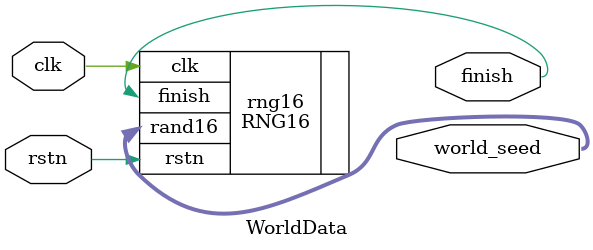
<source format=v>
module WorldData(
    input clk,
    input rstn,
    output finish,          
    output [15:0] world_seed    
);
// RNG16 的简单封装。
RNG16 rng16(
    .clk(clk),
    .rstn(rstn),
    .finish(finish),
    .rand16(world_seed)
);
endmodule
</source>
